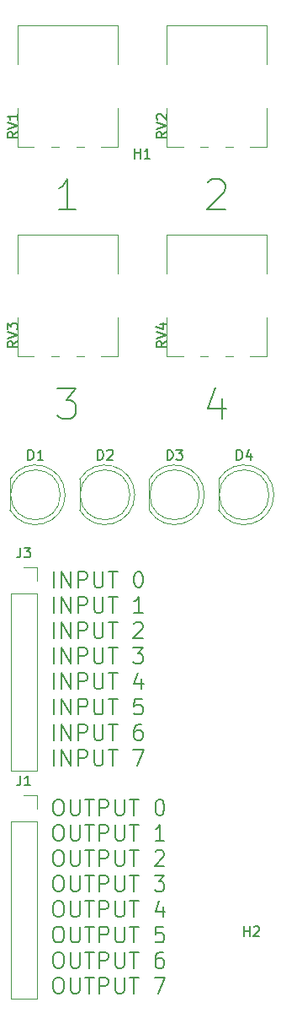
<source format=gbr>
%TF.GenerationSoftware,KiCad,Pcbnew,(5.1.6)-1*%
%TF.CreationDate,2021-02-15T17:49:45+00:00*%
%TF.ProjectId,p3module,70336d6f-6475-46c6-952e-6b696361645f,rev?*%
%TF.SameCoordinates,Original*%
%TF.FileFunction,Legend,Top*%
%TF.FilePolarity,Positive*%
%FSLAX46Y46*%
G04 Gerber Fmt 4.6, Leading zero omitted, Abs format (unit mm)*
G04 Created by KiCad (PCBNEW (5.1.6)-1) date 2021-02-15 17:49:45*
%MOMM*%
%LPD*%
G01*
G04 APERTURE LIST*
%ADD10C,0.150000*%
%ADD11C,0.120000*%
G04 APERTURE END LIST*
D10*
X41500000Y-82357142D02*
X43357142Y-82357142D01*
X42357142Y-83500000D01*
X42785714Y-83500000D01*
X43071428Y-83642857D01*
X43214285Y-83785714D01*
X43357142Y-84071428D01*
X43357142Y-84785714D01*
X43214285Y-85071428D01*
X43071428Y-85214285D01*
X42785714Y-85357142D01*
X41928571Y-85357142D01*
X41642857Y-85214285D01*
X41500000Y-85071428D01*
X58071428Y-83357142D02*
X58071428Y-85357142D01*
X57357142Y-82214285D02*
X56642857Y-84357142D01*
X58500000Y-84357142D01*
X56642857Y-61642857D02*
X56785714Y-61500000D01*
X57071428Y-61357142D01*
X57785714Y-61357142D01*
X58071428Y-61500000D01*
X58214285Y-61642857D01*
X58357142Y-61928571D01*
X58357142Y-62214285D01*
X58214285Y-62642857D01*
X56500000Y-64357142D01*
X58357142Y-64357142D01*
X43357142Y-64357142D02*
X41642857Y-64357142D01*
X42500000Y-64357142D02*
X42500000Y-61357142D01*
X42214285Y-61785714D01*
X41928571Y-62071428D01*
X41642857Y-62214285D01*
X41423214Y-123548809D02*
X41727976Y-123548809D01*
X41880357Y-123625000D01*
X42032738Y-123777380D01*
X42108928Y-124082142D01*
X42108928Y-124615476D01*
X42032738Y-124920238D01*
X41880357Y-125072619D01*
X41727976Y-125148809D01*
X41423214Y-125148809D01*
X41270833Y-125072619D01*
X41118452Y-124920238D01*
X41042261Y-124615476D01*
X41042261Y-124082142D01*
X41118452Y-123777380D01*
X41270833Y-123625000D01*
X41423214Y-123548809D01*
X42794642Y-123548809D02*
X42794642Y-124844047D01*
X42870833Y-124996428D01*
X42947023Y-125072619D01*
X43099404Y-125148809D01*
X43404166Y-125148809D01*
X43556547Y-125072619D01*
X43632738Y-124996428D01*
X43708928Y-124844047D01*
X43708928Y-123548809D01*
X44242261Y-123548809D02*
X45156547Y-123548809D01*
X44699404Y-125148809D02*
X44699404Y-123548809D01*
X45689880Y-125148809D02*
X45689880Y-123548809D01*
X46299404Y-123548809D01*
X46451785Y-123625000D01*
X46527976Y-123701190D01*
X46604166Y-123853571D01*
X46604166Y-124082142D01*
X46527976Y-124234523D01*
X46451785Y-124310714D01*
X46299404Y-124386904D01*
X45689880Y-124386904D01*
X47289880Y-123548809D02*
X47289880Y-124844047D01*
X47366071Y-124996428D01*
X47442261Y-125072619D01*
X47594642Y-125148809D01*
X47899404Y-125148809D01*
X48051785Y-125072619D01*
X48127976Y-124996428D01*
X48204166Y-124844047D01*
X48204166Y-123548809D01*
X48737500Y-123548809D02*
X49651785Y-123548809D01*
X49194642Y-125148809D02*
X49194642Y-123548809D01*
X51708928Y-123548809D02*
X51861309Y-123548809D01*
X52013690Y-123625000D01*
X52089880Y-123701190D01*
X52166071Y-123853571D01*
X52242261Y-124158333D01*
X52242261Y-124539285D01*
X52166071Y-124844047D01*
X52089880Y-124996428D01*
X52013690Y-125072619D01*
X51861309Y-125148809D01*
X51708928Y-125148809D01*
X51556547Y-125072619D01*
X51480357Y-124996428D01*
X51404166Y-124844047D01*
X51327976Y-124539285D01*
X51327976Y-124158333D01*
X51404166Y-123853571D01*
X51480357Y-123701190D01*
X51556547Y-123625000D01*
X51708928Y-123548809D01*
X41423214Y-126098809D02*
X41727976Y-126098809D01*
X41880357Y-126175000D01*
X42032738Y-126327380D01*
X42108928Y-126632142D01*
X42108928Y-127165476D01*
X42032738Y-127470238D01*
X41880357Y-127622619D01*
X41727976Y-127698809D01*
X41423214Y-127698809D01*
X41270833Y-127622619D01*
X41118452Y-127470238D01*
X41042261Y-127165476D01*
X41042261Y-126632142D01*
X41118452Y-126327380D01*
X41270833Y-126175000D01*
X41423214Y-126098809D01*
X42794642Y-126098809D02*
X42794642Y-127394047D01*
X42870833Y-127546428D01*
X42947023Y-127622619D01*
X43099404Y-127698809D01*
X43404166Y-127698809D01*
X43556547Y-127622619D01*
X43632738Y-127546428D01*
X43708928Y-127394047D01*
X43708928Y-126098809D01*
X44242261Y-126098809D02*
X45156547Y-126098809D01*
X44699404Y-127698809D02*
X44699404Y-126098809D01*
X45689880Y-127698809D02*
X45689880Y-126098809D01*
X46299404Y-126098809D01*
X46451785Y-126175000D01*
X46527976Y-126251190D01*
X46604166Y-126403571D01*
X46604166Y-126632142D01*
X46527976Y-126784523D01*
X46451785Y-126860714D01*
X46299404Y-126936904D01*
X45689880Y-126936904D01*
X47289880Y-126098809D02*
X47289880Y-127394047D01*
X47366071Y-127546428D01*
X47442261Y-127622619D01*
X47594642Y-127698809D01*
X47899404Y-127698809D01*
X48051785Y-127622619D01*
X48127976Y-127546428D01*
X48204166Y-127394047D01*
X48204166Y-126098809D01*
X48737500Y-126098809D02*
X49651785Y-126098809D01*
X49194642Y-127698809D02*
X49194642Y-126098809D01*
X52242261Y-127698809D02*
X51327976Y-127698809D01*
X51785119Y-127698809D02*
X51785119Y-126098809D01*
X51632738Y-126327380D01*
X51480357Y-126479761D01*
X51327976Y-126555952D01*
X41423214Y-128648809D02*
X41727976Y-128648809D01*
X41880357Y-128725000D01*
X42032738Y-128877380D01*
X42108928Y-129182142D01*
X42108928Y-129715476D01*
X42032738Y-130020238D01*
X41880357Y-130172619D01*
X41727976Y-130248809D01*
X41423214Y-130248809D01*
X41270833Y-130172619D01*
X41118452Y-130020238D01*
X41042261Y-129715476D01*
X41042261Y-129182142D01*
X41118452Y-128877380D01*
X41270833Y-128725000D01*
X41423214Y-128648809D01*
X42794642Y-128648809D02*
X42794642Y-129944047D01*
X42870833Y-130096428D01*
X42947023Y-130172619D01*
X43099404Y-130248809D01*
X43404166Y-130248809D01*
X43556547Y-130172619D01*
X43632738Y-130096428D01*
X43708928Y-129944047D01*
X43708928Y-128648809D01*
X44242261Y-128648809D02*
X45156547Y-128648809D01*
X44699404Y-130248809D02*
X44699404Y-128648809D01*
X45689880Y-130248809D02*
X45689880Y-128648809D01*
X46299404Y-128648809D01*
X46451785Y-128725000D01*
X46527976Y-128801190D01*
X46604166Y-128953571D01*
X46604166Y-129182142D01*
X46527976Y-129334523D01*
X46451785Y-129410714D01*
X46299404Y-129486904D01*
X45689880Y-129486904D01*
X47289880Y-128648809D02*
X47289880Y-129944047D01*
X47366071Y-130096428D01*
X47442261Y-130172619D01*
X47594642Y-130248809D01*
X47899404Y-130248809D01*
X48051785Y-130172619D01*
X48127976Y-130096428D01*
X48204166Y-129944047D01*
X48204166Y-128648809D01*
X48737500Y-128648809D02*
X49651785Y-128648809D01*
X49194642Y-130248809D02*
X49194642Y-128648809D01*
X51327976Y-128801190D02*
X51404166Y-128725000D01*
X51556547Y-128648809D01*
X51937500Y-128648809D01*
X52089880Y-128725000D01*
X52166071Y-128801190D01*
X52242261Y-128953571D01*
X52242261Y-129105952D01*
X52166071Y-129334523D01*
X51251785Y-130248809D01*
X52242261Y-130248809D01*
X41423214Y-131198809D02*
X41727976Y-131198809D01*
X41880357Y-131275000D01*
X42032738Y-131427380D01*
X42108928Y-131732142D01*
X42108928Y-132265476D01*
X42032738Y-132570238D01*
X41880357Y-132722619D01*
X41727976Y-132798809D01*
X41423214Y-132798809D01*
X41270833Y-132722619D01*
X41118452Y-132570238D01*
X41042261Y-132265476D01*
X41042261Y-131732142D01*
X41118452Y-131427380D01*
X41270833Y-131275000D01*
X41423214Y-131198809D01*
X42794642Y-131198809D02*
X42794642Y-132494047D01*
X42870833Y-132646428D01*
X42947023Y-132722619D01*
X43099404Y-132798809D01*
X43404166Y-132798809D01*
X43556547Y-132722619D01*
X43632738Y-132646428D01*
X43708928Y-132494047D01*
X43708928Y-131198809D01*
X44242261Y-131198809D02*
X45156547Y-131198809D01*
X44699404Y-132798809D02*
X44699404Y-131198809D01*
X45689880Y-132798809D02*
X45689880Y-131198809D01*
X46299404Y-131198809D01*
X46451785Y-131275000D01*
X46527976Y-131351190D01*
X46604166Y-131503571D01*
X46604166Y-131732142D01*
X46527976Y-131884523D01*
X46451785Y-131960714D01*
X46299404Y-132036904D01*
X45689880Y-132036904D01*
X47289880Y-131198809D02*
X47289880Y-132494047D01*
X47366071Y-132646428D01*
X47442261Y-132722619D01*
X47594642Y-132798809D01*
X47899404Y-132798809D01*
X48051785Y-132722619D01*
X48127976Y-132646428D01*
X48204166Y-132494047D01*
X48204166Y-131198809D01*
X48737500Y-131198809D02*
X49651785Y-131198809D01*
X49194642Y-132798809D02*
X49194642Y-131198809D01*
X51251785Y-131198809D02*
X52242261Y-131198809D01*
X51708928Y-131808333D01*
X51937500Y-131808333D01*
X52089880Y-131884523D01*
X52166071Y-131960714D01*
X52242261Y-132113095D01*
X52242261Y-132494047D01*
X52166071Y-132646428D01*
X52089880Y-132722619D01*
X51937500Y-132798809D01*
X51480357Y-132798809D01*
X51327976Y-132722619D01*
X51251785Y-132646428D01*
X41423214Y-133748809D02*
X41727976Y-133748809D01*
X41880357Y-133825000D01*
X42032738Y-133977380D01*
X42108928Y-134282142D01*
X42108928Y-134815476D01*
X42032738Y-135120238D01*
X41880357Y-135272619D01*
X41727976Y-135348809D01*
X41423214Y-135348809D01*
X41270833Y-135272619D01*
X41118452Y-135120238D01*
X41042261Y-134815476D01*
X41042261Y-134282142D01*
X41118452Y-133977380D01*
X41270833Y-133825000D01*
X41423214Y-133748809D01*
X42794642Y-133748809D02*
X42794642Y-135044047D01*
X42870833Y-135196428D01*
X42947023Y-135272619D01*
X43099404Y-135348809D01*
X43404166Y-135348809D01*
X43556547Y-135272619D01*
X43632738Y-135196428D01*
X43708928Y-135044047D01*
X43708928Y-133748809D01*
X44242261Y-133748809D02*
X45156547Y-133748809D01*
X44699404Y-135348809D02*
X44699404Y-133748809D01*
X45689880Y-135348809D02*
X45689880Y-133748809D01*
X46299404Y-133748809D01*
X46451785Y-133825000D01*
X46527976Y-133901190D01*
X46604166Y-134053571D01*
X46604166Y-134282142D01*
X46527976Y-134434523D01*
X46451785Y-134510714D01*
X46299404Y-134586904D01*
X45689880Y-134586904D01*
X47289880Y-133748809D02*
X47289880Y-135044047D01*
X47366071Y-135196428D01*
X47442261Y-135272619D01*
X47594642Y-135348809D01*
X47899404Y-135348809D01*
X48051785Y-135272619D01*
X48127976Y-135196428D01*
X48204166Y-135044047D01*
X48204166Y-133748809D01*
X48737500Y-133748809D02*
X49651785Y-133748809D01*
X49194642Y-135348809D02*
X49194642Y-133748809D01*
X52089880Y-134282142D02*
X52089880Y-135348809D01*
X51708928Y-133672619D02*
X51327976Y-134815476D01*
X52318452Y-134815476D01*
X41423214Y-136298809D02*
X41727976Y-136298809D01*
X41880357Y-136375000D01*
X42032738Y-136527380D01*
X42108928Y-136832142D01*
X42108928Y-137365476D01*
X42032738Y-137670238D01*
X41880357Y-137822619D01*
X41727976Y-137898809D01*
X41423214Y-137898809D01*
X41270833Y-137822619D01*
X41118452Y-137670238D01*
X41042261Y-137365476D01*
X41042261Y-136832142D01*
X41118452Y-136527380D01*
X41270833Y-136375000D01*
X41423214Y-136298809D01*
X42794642Y-136298809D02*
X42794642Y-137594047D01*
X42870833Y-137746428D01*
X42947023Y-137822619D01*
X43099404Y-137898809D01*
X43404166Y-137898809D01*
X43556547Y-137822619D01*
X43632738Y-137746428D01*
X43708928Y-137594047D01*
X43708928Y-136298809D01*
X44242261Y-136298809D02*
X45156547Y-136298809D01*
X44699404Y-137898809D02*
X44699404Y-136298809D01*
X45689880Y-137898809D02*
X45689880Y-136298809D01*
X46299404Y-136298809D01*
X46451785Y-136375000D01*
X46527976Y-136451190D01*
X46604166Y-136603571D01*
X46604166Y-136832142D01*
X46527976Y-136984523D01*
X46451785Y-137060714D01*
X46299404Y-137136904D01*
X45689880Y-137136904D01*
X47289880Y-136298809D02*
X47289880Y-137594047D01*
X47366071Y-137746428D01*
X47442261Y-137822619D01*
X47594642Y-137898809D01*
X47899404Y-137898809D01*
X48051785Y-137822619D01*
X48127976Y-137746428D01*
X48204166Y-137594047D01*
X48204166Y-136298809D01*
X48737500Y-136298809D02*
X49651785Y-136298809D01*
X49194642Y-137898809D02*
X49194642Y-136298809D01*
X52166071Y-136298809D02*
X51404166Y-136298809D01*
X51327976Y-137060714D01*
X51404166Y-136984523D01*
X51556547Y-136908333D01*
X51937500Y-136908333D01*
X52089880Y-136984523D01*
X52166071Y-137060714D01*
X52242261Y-137213095D01*
X52242261Y-137594047D01*
X52166071Y-137746428D01*
X52089880Y-137822619D01*
X51937500Y-137898809D01*
X51556547Y-137898809D01*
X51404166Y-137822619D01*
X51327976Y-137746428D01*
X41423214Y-138848809D02*
X41727976Y-138848809D01*
X41880357Y-138925000D01*
X42032738Y-139077380D01*
X42108928Y-139382142D01*
X42108928Y-139915476D01*
X42032738Y-140220238D01*
X41880357Y-140372619D01*
X41727976Y-140448809D01*
X41423214Y-140448809D01*
X41270833Y-140372619D01*
X41118452Y-140220238D01*
X41042261Y-139915476D01*
X41042261Y-139382142D01*
X41118452Y-139077380D01*
X41270833Y-138925000D01*
X41423214Y-138848809D01*
X42794642Y-138848809D02*
X42794642Y-140144047D01*
X42870833Y-140296428D01*
X42947023Y-140372619D01*
X43099404Y-140448809D01*
X43404166Y-140448809D01*
X43556547Y-140372619D01*
X43632738Y-140296428D01*
X43708928Y-140144047D01*
X43708928Y-138848809D01*
X44242261Y-138848809D02*
X45156547Y-138848809D01*
X44699404Y-140448809D02*
X44699404Y-138848809D01*
X45689880Y-140448809D02*
X45689880Y-138848809D01*
X46299404Y-138848809D01*
X46451785Y-138925000D01*
X46527976Y-139001190D01*
X46604166Y-139153571D01*
X46604166Y-139382142D01*
X46527976Y-139534523D01*
X46451785Y-139610714D01*
X46299404Y-139686904D01*
X45689880Y-139686904D01*
X47289880Y-138848809D02*
X47289880Y-140144047D01*
X47366071Y-140296428D01*
X47442261Y-140372619D01*
X47594642Y-140448809D01*
X47899404Y-140448809D01*
X48051785Y-140372619D01*
X48127976Y-140296428D01*
X48204166Y-140144047D01*
X48204166Y-138848809D01*
X48737500Y-138848809D02*
X49651785Y-138848809D01*
X49194642Y-140448809D02*
X49194642Y-138848809D01*
X52089880Y-138848809D02*
X51785119Y-138848809D01*
X51632738Y-138925000D01*
X51556547Y-139001190D01*
X51404166Y-139229761D01*
X51327976Y-139534523D01*
X51327976Y-140144047D01*
X51404166Y-140296428D01*
X51480357Y-140372619D01*
X51632738Y-140448809D01*
X51937500Y-140448809D01*
X52089880Y-140372619D01*
X52166071Y-140296428D01*
X52242261Y-140144047D01*
X52242261Y-139763095D01*
X52166071Y-139610714D01*
X52089880Y-139534523D01*
X51937500Y-139458333D01*
X51632738Y-139458333D01*
X51480357Y-139534523D01*
X51404166Y-139610714D01*
X51327976Y-139763095D01*
X41423214Y-141398809D02*
X41727976Y-141398809D01*
X41880357Y-141475000D01*
X42032738Y-141627380D01*
X42108928Y-141932142D01*
X42108928Y-142465476D01*
X42032738Y-142770238D01*
X41880357Y-142922619D01*
X41727976Y-142998809D01*
X41423214Y-142998809D01*
X41270833Y-142922619D01*
X41118452Y-142770238D01*
X41042261Y-142465476D01*
X41042261Y-141932142D01*
X41118452Y-141627380D01*
X41270833Y-141475000D01*
X41423214Y-141398809D01*
X42794642Y-141398809D02*
X42794642Y-142694047D01*
X42870833Y-142846428D01*
X42947023Y-142922619D01*
X43099404Y-142998809D01*
X43404166Y-142998809D01*
X43556547Y-142922619D01*
X43632738Y-142846428D01*
X43708928Y-142694047D01*
X43708928Y-141398809D01*
X44242261Y-141398809D02*
X45156547Y-141398809D01*
X44699404Y-142998809D02*
X44699404Y-141398809D01*
X45689880Y-142998809D02*
X45689880Y-141398809D01*
X46299404Y-141398809D01*
X46451785Y-141475000D01*
X46527976Y-141551190D01*
X46604166Y-141703571D01*
X46604166Y-141932142D01*
X46527976Y-142084523D01*
X46451785Y-142160714D01*
X46299404Y-142236904D01*
X45689880Y-142236904D01*
X47289880Y-141398809D02*
X47289880Y-142694047D01*
X47366071Y-142846428D01*
X47442261Y-142922619D01*
X47594642Y-142998809D01*
X47899404Y-142998809D01*
X48051785Y-142922619D01*
X48127976Y-142846428D01*
X48204166Y-142694047D01*
X48204166Y-141398809D01*
X48737500Y-141398809D02*
X49651785Y-141398809D01*
X49194642Y-142998809D02*
X49194642Y-141398809D01*
X51251785Y-141398809D02*
X52318452Y-141398809D01*
X51632738Y-142998809D01*
X41118452Y-102288809D02*
X41118452Y-100688809D01*
X41880357Y-102288809D02*
X41880357Y-100688809D01*
X42794642Y-102288809D01*
X42794642Y-100688809D01*
X43556547Y-102288809D02*
X43556547Y-100688809D01*
X44166071Y-100688809D01*
X44318452Y-100765000D01*
X44394642Y-100841190D01*
X44470833Y-100993571D01*
X44470833Y-101222142D01*
X44394642Y-101374523D01*
X44318452Y-101450714D01*
X44166071Y-101526904D01*
X43556547Y-101526904D01*
X45156547Y-100688809D02*
X45156547Y-101984047D01*
X45232738Y-102136428D01*
X45308928Y-102212619D01*
X45461309Y-102288809D01*
X45766071Y-102288809D01*
X45918452Y-102212619D01*
X45994642Y-102136428D01*
X46070833Y-101984047D01*
X46070833Y-100688809D01*
X46604166Y-100688809D02*
X47518452Y-100688809D01*
X47061309Y-102288809D02*
X47061309Y-100688809D01*
X49575595Y-100688809D02*
X49727976Y-100688809D01*
X49880357Y-100765000D01*
X49956547Y-100841190D01*
X50032738Y-100993571D01*
X50108928Y-101298333D01*
X50108928Y-101679285D01*
X50032738Y-101984047D01*
X49956547Y-102136428D01*
X49880357Y-102212619D01*
X49727976Y-102288809D01*
X49575595Y-102288809D01*
X49423214Y-102212619D01*
X49347023Y-102136428D01*
X49270833Y-101984047D01*
X49194642Y-101679285D01*
X49194642Y-101298333D01*
X49270833Y-100993571D01*
X49347023Y-100841190D01*
X49423214Y-100765000D01*
X49575595Y-100688809D01*
X41118452Y-104838809D02*
X41118452Y-103238809D01*
X41880357Y-104838809D02*
X41880357Y-103238809D01*
X42794642Y-104838809D01*
X42794642Y-103238809D01*
X43556547Y-104838809D02*
X43556547Y-103238809D01*
X44166071Y-103238809D01*
X44318452Y-103315000D01*
X44394642Y-103391190D01*
X44470833Y-103543571D01*
X44470833Y-103772142D01*
X44394642Y-103924523D01*
X44318452Y-104000714D01*
X44166071Y-104076904D01*
X43556547Y-104076904D01*
X45156547Y-103238809D02*
X45156547Y-104534047D01*
X45232738Y-104686428D01*
X45308928Y-104762619D01*
X45461309Y-104838809D01*
X45766071Y-104838809D01*
X45918452Y-104762619D01*
X45994642Y-104686428D01*
X46070833Y-104534047D01*
X46070833Y-103238809D01*
X46604166Y-103238809D02*
X47518452Y-103238809D01*
X47061309Y-104838809D02*
X47061309Y-103238809D01*
X50108928Y-104838809D02*
X49194642Y-104838809D01*
X49651785Y-104838809D02*
X49651785Y-103238809D01*
X49499404Y-103467380D01*
X49347023Y-103619761D01*
X49194642Y-103695952D01*
X41118452Y-107388809D02*
X41118452Y-105788809D01*
X41880357Y-107388809D02*
X41880357Y-105788809D01*
X42794642Y-107388809D01*
X42794642Y-105788809D01*
X43556547Y-107388809D02*
X43556547Y-105788809D01*
X44166071Y-105788809D01*
X44318452Y-105865000D01*
X44394642Y-105941190D01*
X44470833Y-106093571D01*
X44470833Y-106322142D01*
X44394642Y-106474523D01*
X44318452Y-106550714D01*
X44166071Y-106626904D01*
X43556547Y-106626904D01*
X45156547Y-105788809D02*
X45156547Y-107084047D01*
X45232738Y-107236428D01*
X45308928Y-107312619D01*
X45461309Y-107388809D01*
X45766071Y-107388809D01*
X45918452Y-107312619D01*
X45994642Y-107236428D01*
X46070833Y-107084047D01*
X46070833Y-105788809D01*
X46604166Y-105788809D02*
X47518452Y-105788809D01*
X47061309Y-107388809D02*
X47061309Y-105788809D01*
X49194642Y-105941190D02*
X49270833Y-105865000D01*
X49423214Y-105788809D01*
X49804166Y-105788809D01*
X49956547Y-105865000D01*
X50032738Y-105941190D01*
X50108928Y-106093571D01*
X50108928Y-106245952D01*
X50032738Y-106474523D01*
X49118452Y-107388809D01*
X50108928Y-107388809D01*
X41118452Y-109938809D02*
X41118452Y-108338809D01*
X41880357Y-109938809D02*
X41880357Y-108338809D01*
X42794642Y-109938809D01*
X42794642Y-108338809D01*
X43556547Y-109938809D02*
X43556547Y-108338809D01*
X44166071Y-108338809D01*
X44318452Y-108415000D01*
X44394642Y-108491190D01*
X44470833Y-108643571D01*
X44470833Y-108872142D01*
X44394642Y-109024523D01*
X44318452Y-109100714D01*
X44166071Y-109176904D01*
X43556547Y-109176904D01*
X45156547Y-108338809D02*
X45156547Y-109634047D01*
X45232738Y-109786428D01*
X45308928Y-109862619D01*
X45461309Y-109938809D01*
X45766071Y-109938809D01*
X45918452Y-109862619D01*
X45994642Y-109786428D01*
X46070833Y-109634047D01*
X46070833Y-108338809D01*
X46604166Y-108338809D02*
X47518452Y-108338809D01*
X47061309Y-109938809D02*
X47061309Y-108338809D01*
X49118452Y-108338809D02*
X50108928Y-108338809D01*
X49575595Y-108948333D01*
X49804166Y-108948333D01*
X49956547Y-109024523D01*
X50032738Y-109100714D01*
X50108928Y-109253095D01*
X50108928Y-109634047D01*
X50032738Y-109786428D01*
X49956547Y-109862619D01*
X49804166Y-109938809D01*
X49347023Y-109938809D01*
X49194642Y-109862619D01*
X49118452Y-109786428D01*
X41118452Y-112488809D02*
X41118452Y-110888809D01*
X41880357Y-112488809D02*
X41880357Y-110888809D01*
X42794642Y-112488809D01*
X42794642Y-110888809D01*
X43556547Y-112488809D02*
X43556547Y-110888809D01*
X44166071Y-110888809D01*
X44318452Y-110965000D01*
X44394642Y-111041190D01*
X44470833Y-111193571D01*
X44470833Y-111422142D01*
X44394642Y-111574523D01*
X44318452Y-111650714D01*
X44166071Y-111726904D01*
X43556547Y-111726904D01*
X45156547Y-110888809D02*
X45156547Y-112184047D01*
X45232738Y-112336428D01*
X45308928Y-112412619D01*
X45461309Y-112488809D01*
X45766071Y-112488809D01*
X45918452Y-112412619D01*
X45994642Y-112336428D01*
X46070833Y-112184047D01*
X46070833Y-110888809D01*
X46604166Y-110888809D02*
X47518452Y-110888809D01*
X47061309Y-112488809D02*
X47061309Y-110888809D01*
X49956547Y-111422142D02*
X49956547Y-112488809D01*
X49575595Y-110812619D02*
X49194642Y-111955476D01*
X50185119Y-111955476D01*
X41118452Y-115038809D02*
X41118452Y-113438809D01*
X41880357Y-115038809D02*
X41880357Y-113438809D01*
X42794642Y-115038809D01*
X42794642Y-113438809D01*
X43556547Y-115038809D02*
X43556547Y-113438809D01*
X44166071Y-113438809D01*
X44318452Y-113515000D01*
X44394642Y-113591190D01*
X44470833Y-113743571D01*
X44470833Y-113972142D01*
X44394642Y-114124523D01*
X44318452Y-114200714D01*
X44166071Y-114276904D01*
X43556547Y-114276904D01*
X45156547Y-113438809D02*
X45156547Y-114734047D01*
X45232738Y-114886428D01*
X45308928Y-114962619D01*
X45461309Y-115038809D01*
X45766071Y-115038809D01*
X45918452Y-114962619D01*
X45994642Y-114886428D01*
X46070833Y-114734047D01*
X46070833Y-113438809D01*
X46604166Y-113438809D02*
X47518452Y-113438809D01*
X47061309Y-115038809D02*
X47061309Y-113438809D01*
X50032738Y-113438809D02*
X49270833Y-113438809D01*
X49194642Y-114200714D01*
X49270833Y-114124523D01*
X49423214Y-114048333D01*
X49804166Y-114048333D01*
X49956547Y-114124523D01*
X50032738Y-114200714D01*
X50108928Y-114353095D01*
X50108928Y-114734047D01*
X50032738Y-114886428D01*
X49956547Y-114962619D01*
X49804166Y-115038809D01*
X49423214Y-115038809D01*
X49270833Y-114962619D01*
X49194642Y-114886428D01*
X41118452Y-117588809D02*
X41118452Y-115988809D01*
X41880357Y-117588809D02*
X41880357Y-115988809D01*
X42794642Y-117588809D01*
X42794642Y-115988809D01*
X43556547Y-117588809D02*
X43556547Y-115988809D01*
X44166071Y-115988809D01*
X44318452Y-116065000D01*
X44394642Y-116141190D01*
X44470833Y-116293571D01*
X44470833Y-116522142D01*
X44394642Y-116674523D01*
X44318452Y-116750714D01*
X44166071Y-116826904D01*
X43556547Y-116826904D01*
X45156547Y-115988809D02*
X45156547Y-117284047D01*
X45232738Y-117436428D01*
X45308928Y-117512619D01*
X45461309Y-117588809D01*
X45766071Y-117588809D01*
X45918452Y-117512619D01*
X45994642Y-117436428D01*
X46070833Y-117284047D01*
X46070833Y-115988809D01*
X46604166Y-115988809D02*
X47518452Y-115988809D01*
X47061309Y-117588809D02*
X47061309Y-115988809D01*
X49956547Y-115988809D02*
X49651785Y-115988809D01*
X49499404Y-116065000D01*
X49423214Y-116141190D01*
X49270833Y-116369761D01*
X49194642Y-116674523D01*
X49194642Y-117284047D01*
X49270833Y-117436428D01*
X49347023Y-117512619D01*
X49499404Y-117588809D01*
X49804166Y-117588809D01*
X49956547Y-117512619D01*
X50032738Y-117436428D01*
X50108928Y-117284047D01*
X50108928Y-116903095D01*
X50032738Y-116750714D01*
X49956547Y-116674523D01*
X49804166Y-116598333D01*
X49499404Y-116598333D01*
X49347023Y-116674523D01*
X49270833Y-116750714D01*
X49194642Y-116903095D01*
X41118452Y-120138809D02*
X41118452Y-118538809D01*
X41880357Y-120138809D02*
X41880357Y-118538809D01*
X42794642Y-120138809D01*
X42794642Y-118538809D01*
X43556547Y-120138809D02*
X43556547Y-118538809D01*
X44166071Y-118538809D01*
X44318452Y-118615000D01*
X44394642Y-118691190D01*
X44470833Y-118843571D01*
X44470833Y-119072142D01*
X44394642Y-119224523D01*
X44318452Y-119300714D01*
X44166071Y-119376904D01*
X43556547Y-119376904D01*
X45156547Y-118538809D02*
X45156547Y-119834047D01*
X45232738Y-119986428D01*
X45308928Y-120062619D01*
X45461309Y-120138809D01*
X45766071Y-120138809D01*
X45918452Y-120062619D01*
X45994642Y-119986428D01*
X46070833Y-119834047D01*
X46070833Y-118538809D01*
X46604166Y-118538809D02*
X47518452Y-118538809D01*
X47061309Y-120138809D02*
X47061309Y-118538809D01*
X49118452Y-118538809D02*
X50185119Y-118538809D01*
X49499404Y-120138809D01*
D11*
%TO.C,RV4*%
X52479000Y-79120000D02*
X52479000Y-75183000D01*
X52479000Y-70816000D02*
X52479000Y-66880000D01*
X62520000Y-79120000D02*
X62520000Y-75183000D01*
X62520000Y-70816000D02*
X62520000Y-66880000D01*
X52479000Y-79120000D02*
X54129000Y-79120000D01*
X55871000Y-79120000D02*
X56630000Y-79120000D01*
X58371000Y-79120000D02*
X59130000Y-79120000D01*
X60870000Y-79120000D02*
X62520000Y-79120000D01*
X52479000Y-66880000D02*
X62520000Y-66880000D01*
%TO.C,RV3*%
X37479000Y-79120000D02*
X37479000Y-75183000D01*
X37479000Y-70816000D02*
X37479000Y-66880000D01*
X47520000Y-79120000D02*
X47520000Y-75183000D01*
X47520000Y-70816000D02*
X47520000Y-66880000D01*
X37479000Y-79120000D02*
X39129000Y-79120000D01*
X40871000Y-79120000D02*
X41630000Y-79120000D01*
X43371000Y-79120000D02*
X44130000Y-79120000D01*
X45870000Y-79120000D02*
X47520000Y-79120000D01*
X37479000Y-66880000D02*
X47520000Y-66880000D01*
%TO.C,RV2*%
X52479000Y-58120000D02*
X52479000Y-54183000D01*
X52479000Y-49816000D02*
X52479000Y-45880000D01*
X62520000Y-58120000D02*
X62520000Y-54183000D01*
X62520000Y-49816000D02*
X62520000Y-45880000D01*
X52479000Y-58120000D02*
X54129000Y-58120000D01*
X55871000Y-58120000D02*
X56630000Y-58120000D01*
X58371000Y-58120000D02*
X59130000Y-58120000D01*
X60870000Y-58120000D02*
X62520000Y-58120000D01*
X52479000Y-45880000D02*
X62520000Y-45880000D01*
%TO.C,RV1*%
X37479000Y-58120000D02*
X37479000Y-54183000D01*
X37479000Y-49816000D02*
X37479000Y-45880000D01*
X47520000Y-58120000D02*
X47520000Y-54183000D01*
X47520000Y-49816000D02*
X47520000Y-45880000D01*
X37479000Y-58120000D02*
X39129000Y-58120000D01*
X40871000Y-58120000D02*
X41630000Y-58120000D01*
X43371000Y-58120000D02*
X44130000Y-58120000D01*
X45870000Y-58120000D02*
X47520000Y-58120000D01*
X37479000Y-45880000D02*
X47520000Y-45880000D01*
%TO.C,J3*%
X36770000Y-102870000D02*
X39430000Y-102870000D01*
X36770000Y-102870000D02*
X36770000Y-120710000D01*
X36770000Y-120710000D02*
X39430000Y-120710000D01*
X39430000Y-102870000D02*
X39430000Y-120710000D01*
X39430000Y-100270000D02*
X39430000Y-101600000D01*
X38100000Y-100270000D02*
X39430000Y-100270000D01*
%TO.C,J1*%
X36770000Y-125730000D02*
X39430000Y-125730000D01*
X36770000Y-125730000D02*
X36770000Y-143570000D01*
X36770000Y-143570000D02*
X39430000Y-143570000D01*
X39430000Y-125730000D02*
X39430000Y-143570000D01*
X39430000Y-123130000D02*
X39430000Y-124460000D01*
X38100000Y-123130000D02*
X39430000Y-123130000D01*
%TO.C,D4*%
X62770000Y-93000000D02*
G75*
G03*
X62770000Y-93000000I-2500000J0D01*
G01*
X57710000Y-91455000D02*
X57710000Y-94545000D01*
X63260000Y-92999538D02*
G75*
G02*
X57710000Y-94544830I-2990000J-462D01*
G01*
X63260000Y-93000462D02*
G75*
G03*
X57710000Y-91455170I-2990000J462D01*
G01*
%TO.C,D3*%
X55770000Y-93000000D02*
G75*
G03*
X55770000Y-93000000I-2500000J0D01*
G01*
X50710000Y-91455000D02*
X50710000Y-94545000D01*
X56260000Y-92999538D02*
G75*
G02*
X50710000Y-94544830I-2990000J-462D01*
G01*
X56260000Y-93000462D02*
G75*
G03*
X50710000Y-91455170I-2990000J462D01*
G01*
%TO.C,D2*%
X48770000Y-93000000D02*
G75*
G03*
X48770000Y-93000000I-2500000J0D01*
G01*
X43710000Y-91455000D02*
X43710000Y-94545000D01*
X49260000Y-92999538D02*
G75*
G02*
X43710000Y-94544830I-2990000J-462D01*
G01*
X49260000Y-93000462D02*
G75*
G03*
X43710000Y-91455170I-2990000J462D01*
G01*
%TO.C,D1*%
X41770000Y-93000000D02*
G75*
G03*
X41770000Y-93000000I-2500000J0D01*
G01*
X36710000Y-91455000D02*
X36710000Y-94545000D01*
X42260000Y-92999538D02*
G75*
G02*
X36710000Y-94544830I-2990000J-462D01*
G01*
X42260000Y-93000462D02*
G75*
G03*
X36710000Y-91455170I-2990000J462D01*
G01*
%TO.C,RV4*%
D10*
X52452380Y-77595238D02*
X51976190Y-77928571D01*
X52452380Y-78166666D02*
X51452380Y-78166666D01*
X51452380Y-77785714D01*
X51500000Y-77690476D01*
X51547619Y-77642857D01*
X51642857Y-77595238D01*
X51785714Y-77595238D01*
X51880952Y-77642857D01*
X51928571Y-77690476D01*
X51976190Y-77785714D01*
X51976190Y-78166666D01*
X51452380Y-77309523D02*
X52452380Y-76976190D01*
X51452380Y-76642857D01*
X51785714Y-75880952D02*
X52452380Y-75880952D01*
X51404761Y-76119047D02*
X52119047Y-76357142D01*
X52119047Y-75738095D01*
%TO.C,RV3*%
X37452380Y-77595238D02*
X36976190Y-77928571D01*
X37452380Y-78166666D02*
X36452380Y-78166666D01*
X36452380Y-77785714D01*
X36500000Y-77690476D01*
X36547619Y-77642857D01*
X36642857Y-77595238D01*
X36785714Y-77595238D01*
X36880952Y-77642857D01*
X36928571Y-77690476D01*
X36976190Y-77785714D01*
X36976190Y-78166666D01*
X36452380Y-77309523D02*
X37452380Y-76976190D01*
X36452380Y-76642857D01*
X36452380Y-76404761D02*
X36452380Y-75785714D01*
X36833333Y-76119047D01*
X36833333Y-75976190D01*
X36880952Y-75880952D01*
X36928571Y-75833333D01*
X37023809Y-75785714D01*
X37261904Y-75785714D01*
X37357142Y-75833333D01*
X37404761Y-75880952D01*
X37452380Y-75976190D01*
X37452380Y-76261904D01*
X37404761Y-76357142D01*
X37357142Y-76404761D01*
%TO.C,RV2*%
X52452380Y-56595238D02*
X51976190Y-56928571D01*
X52452380Y-57166666D02*
X51452380Y-57166666D01*
X51452380Y-56785714D01*
X51500000Y-56690476D01*
X51547619Y-56642857D01*
X51642857Y-56595238D01*
X51785714Y-56595238D01*
X51880952Y-56642857D01*
X51928571Y-56690476D01*
X51976190Y-56785714D01*
X51976190Y-57166666D01*
X51452380Y-56309523D02*
X52452380Y-55976190D01*
X51452380Y-55642857D01*
X51547619Y-55357142D02*
X51500000Y-55309523D01*
X51452380Y-55214285D01*
X51452380Y-54976190D01*
X51500000Y-54880952D01*
X51547619Y-54833333D01*
X51642857Y-54785714D01*
X51738095Y-54785714D01*
X51880952Y-54833333D01*
X52452380Y-55404761D01*
X52452380Y-54785714D01*
%TO.C,RV1*%
X37452380Y-56595238D02*
X36976190Y-56928571D01*
X37452380Y-57166666D02*
X36452380Y-57166666D01*
X36452380Y-56785714D01*
X36500000Y-56690476D01*
X36547619Y-56642857D01*
X36642857Y-56595238D01*
X36785714Y-56595238D01*
X36880952Y-56642857D01*
X36928571Y-56690476D01*
X36976190Y-56785714D01*
X36976190Y-57166666D01*
X36452380Y-56309523D02*
X37452380Y-55976190D01*
X36452380Y-55642857D01*
X37452380Y-54785714D02*
X37452380Y-55357142D01*
X37452380Y-55071428D02*
X36452380Y-55071428D01*
X36595238Y-55166666D01*
X36690476Y-55261904D01*
X36738095Y-55357142D01*
%TO.C,J3*%
X37766666Y-98282380D02*
X37766666Y-98996666D01*
X37719047Y-99139523D01*
X37623809Y-99234761D01*
X37480952Y-99282380D01*
X37385714Y-99282380D01*
X38147619Y-98282380D02*
X38766666Y-98282380D01*
X38433333Y-98663333D01*
X38576190Y-98663333D01*
X38671428Y-98710952D01*
X38719047Y-98758571D01*
X38766666Y-98853809D01*
X38766666Y-99091904D01*
X38719047Y-99187142D01*
X38671428Y-99234761D01*
X38576190Y-99282380D01*
X38290476Y-99282380D01*
X38195238Y-99234761D01*
X38147619Y-99187142D01*
%TO.C,J1*%
X37766666Y-121142380D02*
X37766666Y-121856666D01*
X37719047Y-121999523D01*
X37623809Y-122094761D01*
X37480952Y-122142380D01*
X37385714Y-122142380D01*
X38766666Y-122142380D02*
X38195238Y-122142380D01*
X38480952Y-122142380D02*
X38480952Y-121142380D01*
X38385714Y-121285238D01*
X38290476Y-121380476D01*
X38195238Y-121428095D01*
%TO.C,H2*%
X60238095Y-137252380D02*
X60238095Y-136252380D01*
X60238095Y-136728571D02*
X60809523Y-136728571D01*
X60809523Y-137252380D02*
X60809523Y-136252380D01*
X61238095Y-136347619D02*
X61285714Y-136300000D01*
X61380952Y-136252380D01*
X61619047Y-136252380D01*
X61714285Y-136300000D01*
X61761904Y-136347619D01*
X61809523Y-136442857D01*
X61809523Y-136538095D01*
X61761904Y-136680952D01*
X61190476Y-137252380D01*
X61809523Y-137252380D01*
%TO.C,H1*%
X49238095Y-59252380D02*
X49238095Y-58252380D01*
X49238095Y-58728571D02*
X49809523Y-58728571D01*
X49809523Y-59252380D02*
X49809523Y-58252380D01*
X50809523Y-59252380D02*
X50238095Y-59252380D01*
X50523809Y-59252380D02*
X50523809Y-58252380D01*
X50428571Y-58395238D01*
X50333333Y-58490476D01*
X50238095Y-58538095D01*
%TO.C,D4*%
X59531904Y-89492380D02*
X59531904Y-88492380D01*
X59770000Y-88492380D01*
X59912857Y-88540000D01*
X60008095Y-88635238D01*
X60055714Y-88730476D01*
X60103333Y-88920952D01*
X60103333Y-89063809D01*
X60055714Y-89254285D01*
X60008095Y-89349523D01*
X59912857Y-89444761D01*
X59770000Y-89492380D01*
X59531904Y-89492380D01*
X60960476Y-88825714D02*
X60960476Y-89492380D01*
X60722380Y-88444761D02*
X60484285Y-89159047D01*
X61103333Y-89159047D01*
%TO.C,D3*%
X52531904Y-89492380D02*
X52531904Y-88492380D01*
X52770000Y-88492380D01*
X52912857Y-88540000D01*
X53008095Y-88635238D01*
X53055714Y-88730476D01*
X53103333Y-88920952D01*
X53103333Y-89063809D01*
X53055714Y-89254285D01*
X53008095Y-89349523D01*
X52912857Y-89444761D01*
X52770000Y-89492380D01*
X52531904Y-89492380D01*
X53436666Y-88492380D02*
X54055714Y-88492380D01*
X53722380Y-88873333D01*
X53865238Y-88873333D01*
X53960476Y-88920952D01*
X54008095Y-88968571D01*
X54055714Y-89063809D01*
X54055714Y-89301904D01*
X54008095Y-89397142D01*
X53960476Y-89444761D01*
X53865238Y-89492380D01*
X53579523Y-89492380D01*
X53484285Y-89444761D01*
X53436666Y-89397142D01*
%TO.C,D2*%
X45531904Y-89492380D02*
X45531904Y-88492380D01*
X45770000Y-88492380D01*
X45912857Y-88540000D01*
X46008095Y-88635238D01*
X46055714Y-88730476D01*
X46103333Y-88920952D01*
X46103333Y-89063809D01*
X46055714Y-89254285D01*
X46008095Y-89349523D01*
X45912857Y-89444761D01*
X45770000Y-89492380D01*
X45531904Y-89492380D01*
X46484285Y-88587619D02*
X46531904Y-88540000D01*
X46627142Y-88492380D01*
X46865238Y-88492380D01*
X46960476Y-88540000D01*
X47008095Y-88587619D01*
X47055714Y-88682857D01*
X47055714Y-88778095D01*
X47008095Y-88920952D01*
X46436666Y-89492380D01*
X47055714Y-89492380D01*
%TO.C,D1*%
X38531904Y-89492380D02*
X38531904Y-88492380D01*
X38770000Y-88492380D01*
X38912857Y-88540000D01*
X39008095Y-88635238D01*
X39055714Y-88730476D01*
X39103333Y-88920952D01*
X39103333Y-89063809D01*
X39055714Y-89254285D01*
X39008095Y-89349523D01*
X38912857Y-89444761D01*
X38770000Y-89492380D01*
X38531904Y-89492380D01*
X40055714Y-89492380D02*
X39484285Y-89492380D01*
X39770000Y-89492380D02*
X39770000Y-88492380D01*
X39674761Y-88635238D01*
X39579523Y-88730476D01*
X39484285Y-88778095D01*
%TD*%
M02*

</source>
